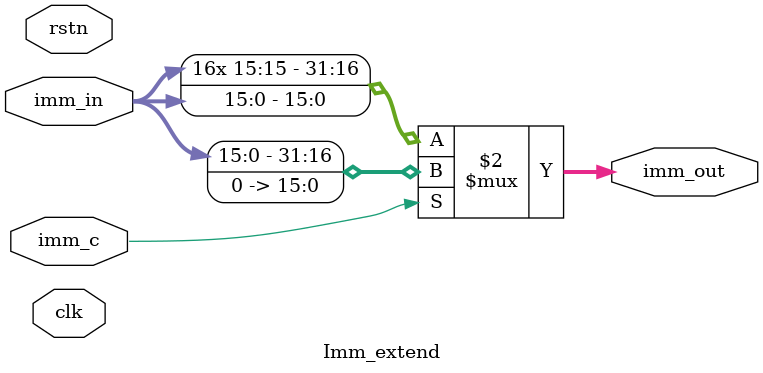
<source format=v>
`timescale 1ns / 1ps


module Imm_extend(
        input         clk,
        input         rstn,
        
        input [15:0] imm_in,
        output [31:0] imm_out,
        input imm_c
    );
    
    assign imm_out=(imm_c==1)?{imm_in, 16'b0}:{{(16){imm_in[15]}}, imm_in};
endmodule

</source>
